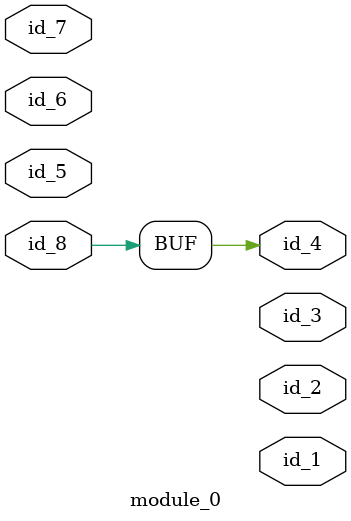
<source format=v>
module module_0 (
    id_1,
    id_2,
    id_3,
    id_4,
    id_5,
    id_6,
    id_7,
    id_8
);
  input id_8;
  input id_7;
  inout id_6;
  inout id_5;
  output id_4;
  output id_3;
  output id_2;
  output id_1;
  assign id_4 = id_8;
endmodule

</source>
